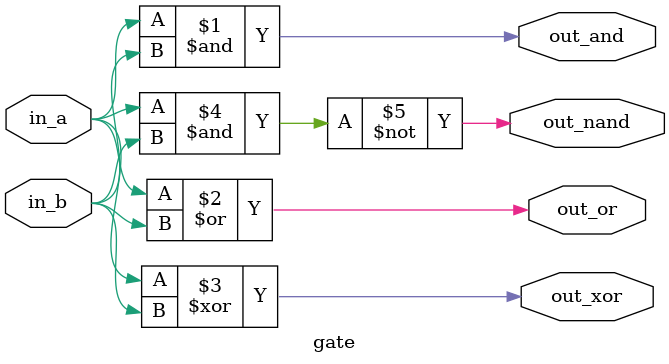
<source format=sv>
module gate (
in_a    ,
in_b    ,
out_and ,
out_or  ,
out_xor ,
out_nand
);

input   in_a;
input   in_b;

output  out_and;
output  out_or;
output  out_xor;
output  out_nand;

assign out_and = in_a & in_b;
assign out_or = in_a | in_b;
assign out_xor = in_a ^ in_b;
assign out_nand = ~(in_a & in_b);


endmodule
</source>
